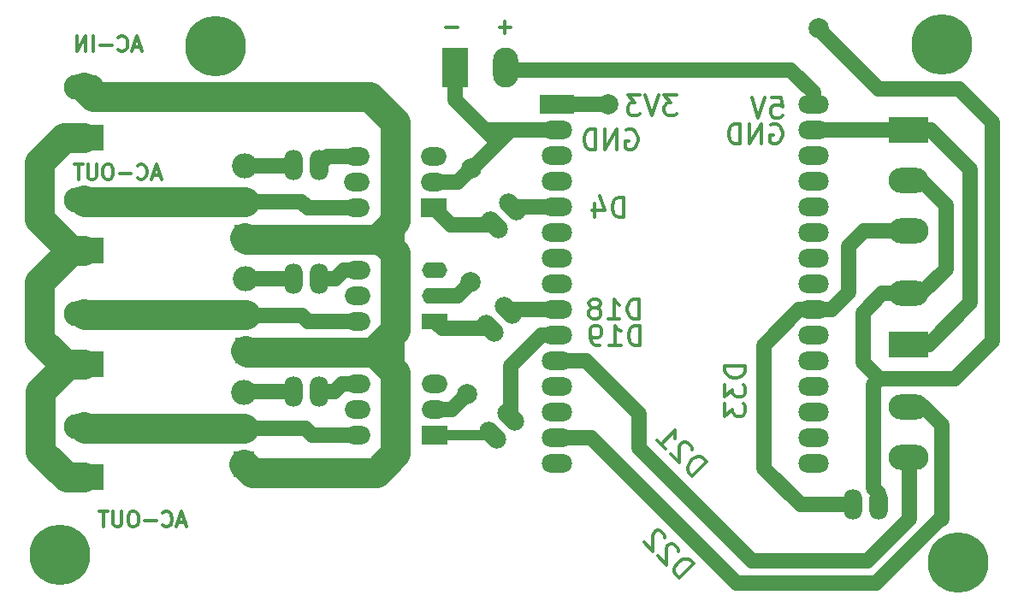
<source format=gbr>
%TF.GenerationSoftware,KiCad,Pcbnew,8.0.1*%
%TF.CreationDate,2024-04-25T16:48:03-05:00*%
%TF.ProjectId,C1,43312e6b-6963-4616-945f-706362585858,rev?*%
%TF.SameCoordinates,Original*%
%TF.FileFunction,Copper,L2,Bot*%
%TF.FilePolarity,Positive*%
%FSLAX46Y46*%
G04 Gerber Fmt 4.6, Leading zero omitted, Abs format (unit mm)*
G04 Created by KiCad (PCBNEW 8.0.1) date 2024-04-25 16:48:03*
%MOMM*%
%LPD*%
G01*
G04 APERTURE LIST*
G04 Aperture macros list*
%AMHorizOval*
0 Thick line with rounded ends*
0 $1 width*
0 $2 $3 position (X,Y) of the first rounded end (center of the circle)*
0 $4 $5 position (X,Y) of the second rounded end (center of the circle)*
0 Add line between two ends*
20,1,$1,$2,$3,$4,$5,0*
0 Add two circle primitives to create the rounded ends*
1,1,$1,$2,$3*
1,1,$1,$4,$5*%
G04 Aperture macros list end*
%ADD10C,0.300000*%
%TA.AperFunction,NonConductor*%
%ADD11C,0.300000*%
%TD*%
%TA.AperFunction,ComponentPad*%
%ADD12R,3.500000X1.850000*%
%TD*%
%TA.AperFunction,ComponentPad*%
%ADD13O,3.000000X1.850000*%
%TD*%
%TA.AperFunction,ComponentPad*%
%ADD14R,2.000000X2.500000*%
%TD*%
%TA.AperFunction,ComponentPad*%
%ADD15O,2.500000X2.500000*%
%TD*%
%TA.AperFunction,ComponentPad*%
%ADD16C,6.000000*%
%TD*%
%TA.AperFunction,ComponentPad*%
%ADD17O,1.850000X3.000000*%
%TD*%
%TA.AperFunction,ComponentPad*%
%ADD18R,3.960000X2.500000*%
%TD*%
%TA.AperFunction,ComponentPad*%
%ADD19O,3.960000X2.500000*%
%TD*%
%TA.AperFunction,ComponentPad*%
%ADD20R,2.500000X1.850000*%
%TD*%
%TA.AperFunction,ComponentPad*%
%ADD21O,2.500000X1.850000*%
%TD*%
%TA.AperFunction,ComponentPad*%
%ADD22HorizOval,1.850000X-0.406586X0.406586X0.406586X-0.406586X0*%
%TD*%
%TA.AperFunction,ComponentPad*%
%ADD23O,2.500000X3.960000*%
%TD*%
%TA.AperFunction,ComponentPad*%
%ADD24R,2.500000X3.960000*%
%TD*%
%TA.AperFunction,ComponentPad*%
%ADD25R,2.500000X1.600000*%
%TD*%
%TA.AperFunction,ComponentPad*%
%ADD26O,2.500000X1.600000*%
%TD*%
%TA.AperFunction,ViaPad*%
%ADD27C,2.000000*%
%TD*%
%TA.AperFunction,Conductor*%
%ADD28C,1.500000*%
%TD*%
%TA.AperFunction,Conductor*%
%ADD29C,1.000000*%
%TD*%
%TA.AperFunction,Conductor*%
%ADD30C,3.000000*%
%TD*%
G04 APERTURE END LIST*
D10*
D11*
X137966917Y-58049638D02*
X136728822Y-58049638D01*
X136728822Y-58049638D02*
X137395489Y-58811542D01*
X137395489Y-58811542D02*
X137109774Y-58811542D01*
X137109774Y-58811542D02*
X136919298Y-58906780D01*
X136919298Y-58906780D02*
X136824060Y-59002019D01*
X136824060Y-59002019D02*
X136728822Y-59192495D01*
X136728822Y-59192495D02*
X136728822Y-59668685D01*
X136728822Y-59668685D02*
X136824060Y-59859161D01*
X136824060Y-59859161D02*
X136919298Y-59954400D01*
X136919298Y-59954400D02*
X137109774Y-60049638D01*
X137109774Y-60049638D02*
X137681203Y-60049638D01*
X137681203Y-60049638D02*
X137871679Y-59954400D01*
X137871679Y-59954400D02*
X137966917Y-59859161D01*
X136157393Y-58049638D02*
X135490727Y-60049638D01*
X135490727Y-60049638D02*
X134824060Y-58049638D01*
X134347869Y-58049638D02*
X133109774Y-58049638D01*
X133109774Y-58049638D02*
X133776441Y-58811542D01*
X133776441Y-58811542D02*
X133490726Y-58811542D01*
X133490726Y-58811542D02*
X133300250Y-58906780D01*
X133300250Y-58906780D02*
X133205012Y-59002019D01*
X133205012Y-59002019D02*
X133109774Y-59192495D01*
X133109774Y-59192495D02*
X133109774Y-59668685D01*
X133109774Y-59668685D02*
X133205012Y-59859161D01*
X133205012Y-59859161D02*
X133300250Y-59954400D01*
X133300250Y-59954400D02*
X133490726Y-60049638D01*
X133490726Y-60049638D02*
X134062155Y-60049638D01*
X134062155Y-60049638D02*
X134252631Y-59954400D01*
X134252631Y-59954400D02*
X134347869Y-59859161D01*
D10*
D11*
X144739638Y-84873558D02*
X142739638Y-84873558D01*
X142739638Y-84873558D02*
X142739638Y-85349748D01*
X142739638Y-85349748D02*
X142834876Y-85635463D01*
X142834876Y-85635463D02*
X143025352Y-85825939D01*
X143025352Y-85825939D02*
X143215828Y-85921177D01*
X143215828Y-85921177D02*
X143596780Y-86016415D01*
X143596780Y-86016415D02*
X143882495Y-86016415D01*
X143882495Y-86016415D02*
X144263447Y-85921177D01*
X144263447Y-85921177D02*
X144453923Y-85825939D01*
X144453923Y-85825939D02*
X144644400Y-85635463D01*
X144644400Y-85635463D02*
X144739638Y-85349748D01*
X144739638Y-85349748D02*
X144739638Y-84873558D01*
X142739638Y-86683082D02*
X142739638Y-87921177D01*
X142739638Y-87921177D02*
X143501542Y-87254510D01*
X143501542Y-87254510D02*
X143501542Y-87540225D01*
X143501542Y-87540225D02*
X143596780Y-87730701D01*
X143596780Y-87730701D02*
X143692019Y-87825939D01*
X143692019Y-87825939D02*
X143882495Y-87921177D01*
X143882495Y-87921177D02*
X144358685Y-87921177D01*
X144358685Y-87921177D02*
X144549161Y-87825939D01*
X144549161Y-87825939D02*
X144644400Y-87730701D01*
X144644400Y-87730701D02*
X144739638Y-87540225D01*
X144739638Y-87540225D02*
X144739638Y-86968796D01*
X144739638Y-86968796D02*
X144644400Y-86778320D01*
X144644400Y-86778320D02*
X144549161Y-86683082D01*
X142739638Y-88587844D02*
X142739638Y-89825939D01*
X142739638Y-89825939D02*
X143501542Y-89159272D01*
X143501542Y-89159272D02*
X143501542Y-89444987D01*
X143501542Y-89444987D02*
X143596780Y-89635463D01*
X143596780Y-89635463D02*
X143692019Y-89730701D01*
X143692019Y-89730701D02*
X143882495Y-89825939D01*
X143882495Y-89825939D02*
X144358685Y-89825939D01*
X144358685Y-89825939D02*
X144549161Y-89730701D01*
X144549161Y-89730701D02*
X144644400Y-89635463D01*
X144644400Y-89635463D02*
X144739638Y-89444987D01*
X144739638Y-89444987D02*
X144739638Y-88873558D01*
X144739638Y-88873558D02*
X144644400Y-88683082D01*
X144644400Y-88683082D02*
X144549161Y-88587844D01*
D10*
D11*
X147278822Y-60974876D02*
X147469298Y-60879638D01*
X147469298Y-60879638D02*
X147755012Y-60879638D01*
X147755012Y-60879638D02*
X148040727Y-60974876D01*
X148040727Y-60974876D02*
X148231203Y-61165352D01*
X148231203Y-61165352D02*
X148326441Y-61355828D01*
X148326441Y-61355828D02*
X148421679Y-61736780D01*
X148421679Y-61736780D02*
X148421679Y-62022495D01*
X148421679Y-62022495D02*
X148326441Y-62403447D01*
X148326441Y-62403447D02*
X148231203Y-62593923D01*
X148231203Y-62593923D02*
X148040727Y-62784400D01*
X148040727Y-62784400D02*
X147755012Y-62879638D01*
X147755012Y-62879638D02*
X147564536Y-62879638D01*
X147564536Y-62879638D02*
X147278822Y-62784400D01*
X147278822Y-62784400D02*
X147183584Y-62689161D01*
X147183584Y-62689161D02*
X147183584Y-62022495D01*
X147183584Y-62022495D02*
X147564536Y-62022495D01*
X146326441Y-62879638D02*
X146326441Y-60879638D01*
X146326441Y-60879638D02*
X145183584Y-62879638D01*
X145183584Y-62879638D02*
X145183584Y-60879638D01*
X144231203Y-62879638D02*
X144231203Y-60879638D01*
X144231203Y-60879638D02*
X143755013Y-60879638D01*
X143755013Y-60879638D02*
X143469298Y-60974876D01*
X143469298Y-60974876D02*
X143278822Y-61165352D01*
X143278822Y-61165352D02*
X143183584Y-61355828D01*
X143183584Y-61355828D02*
X143088346Y-61736780D01*
X143088346Y-61736780D02*
X143088346Y-62022495D01*
X143088346Y-62022495D02*
X143183584Y-62403447D01*
X143183584Y-62403447D02*
X143278822Y-62593923D01*
X143278822Y-62593923D02*
X143469298Y-62784400D01*
X143469298Y-62784400D02*
X143755013Y-62879638D01*
X143755013Y-62879638D02*
X144231203Y-62879638D01*
D10*
D11*
X132968822Y-61524876D02*
X133159298Y-61429638D01*
X133159298Y-61429638D02*
X133445012Y-61429638D01*
X133445012Y-61429638D02*
X133730727Y-61524876D01*
X133730727Y-61524876D02*
X133921203Y-61715352D01*
X133921203Y-61715352D02*
X134016441Y-61905828D01*
X134016441Y-61905828D02*
X134111679Y-62286780D01*
X134111679Y-62286780D02*
X134111679Y-62572495D01*
X134111679Y-62572495D02*
X134016441Y-62953447D01*
X134016441Y-62953447D02*
X133921203Y-63143923D01*
X133921203Y-63143923D02*
X133730727Y-63334400D01*
X133730727Y-63334400D02*
X133445012Y-63429638D01*
X133445012Y-63429638D02*
X133254536Y-63429638D01*
X133254536Y-63429638D02*
X132968822Y-63334400D01*
X132968822Y-63334400D02*
X132873584Y-63239161D01*
X132873584Y-63239161D02*
X132873584Y-62572495D01*
X132873584Y-62572495D02*
X133254536Y-62572495D01*
X132016441Y-63429638D02*
X132016441Y-61429638D01*
X132016441Y-61429638D02*
X130873584Y-63429638D01*
X130873584Y-63429638D02*
X130873584Y-61429638D01*
X129921203Y-63429638D02*
X129921203Y-61429638D01*
X129921203Y-61429638D02*
X129445013Y-61429638D01*
X129445013Y-61429638D02*
X129159298Y-61524876D01*
X129159298Y-61524876D02*
X128968822Y-61715352D01*
X128968822Y-61715352D02*
X128873584Y-61905828D01*
X128873584Y-61905828D02*
X128778346Y-62286780D01*
X128778346Y-62286780D02*
X128778346Y-62572495D01*
X128778346Y-62572495D02*
X128873584Y-62953447D01*
X128873584Y-62953447D02*
X128968822Y-63143923D01*
X128968822Y-63143923D02*
X129159298Y-63334400D01*
X129159298Y-63334400D02*
X129445013Y-63429638D01*
X129445013Y-63429638D02*
X129921203Y-63429638D01*
D10*
D11*
X134226441Y-80239638D02*
X134226441Y-78239638D01*
X134226441Y-78239638D02*
X133750251Y-78239638D01*
X133750251Y-78239638D02*
X133464536Y-78334876D01*
X133464536Y-78334876D02*
X133274060Y-78525352D01*
X133274060Y-78525352D02*
X133178822Y-78715828D01*
X133178822Y-78715828D02*
X133083584Y-79096780D01*
X133083584Y-79096780D02*
X133083584Y-79382495D01*
X133083584Y-79382495D02*
X133178822Y-79763447D01*
X133178822Y-79763447D02*
X133274060Y-79953923D01*
X133274060Y-79953923D02*
X133464536Y-80144400D01*
X133464536Y-80144400D02*
X133750251Y-80239638D01*
X133750251Y-80239638D02*
X134226441Y-80239638D01*
X131178822Y-80239638D02*
X132321679Y-80239638D01*
X131750251Y-80239638D02*
X131750251Y-78239638D01*
X131750251Y-78239638D02*
X131940727Y-78525352D01*
X131940727Y-78525352D02*
X132131203Y-78715828D01*
X132131203Y-78715828D02*
X132321679Y-78811066D01*
X130035965Y-79096780D02*
X130226441Y-79001542D01*
X130226441Y-79001542D02*
X130321679Y-78906304D01*
X130321679Y-78906304D02*
X130416917Y-78715828D01*
X130416917Y-78715828D02*
X130416917Y-78620590D01*
X130416917Y-78620590D02*
X130321679Y-78430114D01*
X130321679Y-78430114D02*
X130226441Y-78334876D01*
X130226441Y-78334876D02*
X130035965Y-78239638D01*
X130035965Y-78239638D02*
X129655012Y-78239638D01*
X129655012Y-78239638D02*
X129464536Y-78334876D01*
X129464536Y-78334876D02*
X129369298Y-78430114D01*
X129369298Y-78430114D02*
X129274060Y-78620590D01*
X129274060Y-78620590D02*
X129274060Y-78715828D01*
X129274060Y-78715828D02*
X129369298Y-78906304D01*
X129369298Y-78906304D02*
X129464536Y-79001542D01*
X129464536Y-79001542D02*
X129655012Y-79096780D01*
X129655012Y-79096780D02*
X130035965Y-79096780D01*
X130035965Y-79096780D02*
X130226441Y-79192019D01*
X130226441Y-79192019D02*
X130321679Y-79287257D01*
X130321679Y-79287257D02*
X130416917Y-79477733D01*
X130416917Y-79477733D02*
X130416917Y-79858685D01*
X130416917Y-79858685D02*
X130321679Y-80049161D01*
X130321679Y-80049161D02*
X130226441Y-80144400D01*
X130226441Y-80144400D02*
X130035965Y-80239638D01*
X130035965Y-80239638D02*
X129655012Y-80239638D01*
X129655012Y-80239638D02*
X129464536Y-80144400D01*
X129464536Y-80144400D02*
X129369298Y-80049161D01*
X129369298Y-80049161D02*
X129274060Y-79858685D01*
X129274060Y-79858685D02*
X129274060Y-79477733D01*
X129274060Y-79477733D02*
X129369298Y-79287257D01*
X129369298Y-79287257D02*
X129464536Y-79192019D01*
X129464536Y-79192019D02*
X129655012Y-79096780D01*
D10*
D11*
X139507825Y-95739618D02*
X140922039Y-94325405D01*
X140922039Y-94325405D02*
X140585321Y-93988687D01*
X140585321Y-93988687D02*
X140315947Y-93854000D01*
X140315947Y-93854000D02*
X140046573Y-93854000D01*
X140046573Y-93854000D02*
X139844543Y-93921343D01*
X139844543Y-93921343D02*
X139507825Y-94123374D01*
X139507825Y-94123374D02*
X139305795Y-94325405D01*
X139305795Y-94325405D02*
X139103764Y-94662122D01*
X139103764Y-94662122D02*
X139036421Y-94864153D01*
X139036421Y-94864153D02*
X139036421Y-95133527D01*
X139036421Y-95133527D02*
X139171108Y-95402901D01*
X139171108Y-95402901D02*
X139507825Y-95739618D01*
X139440482Y-93113221D02*
X139440482Y-92978534D01*
X139440482Y-92978534D02*
X139373138Y-92776504D01*
X139373138Y-92776504D02*
X139036421Y-92439786D01*
X139036421Y-92439786D02*
X138834390Y-92372443D01*
X138834390Y-92372443D02*
X138699703Y-92372443D01*
X138699703Y-92372443D02*
X138497673Y-92439786D01*
X138497673Y-92439786D02*
X138362986Y-92574473D01*
X138362986Y-92574473D02*
X138228299Y-92843847D01*
X138228299Y-92843847D02*
X138228299Y-94460092D01*
X138228299Y-94460092D02*
X137352833Y-93584626D01*
X136005963Y-92237756D02*
X136814085Y-93045878D01*
X136410024Y-92641817D02*
X137824238Y-91227603D01*
X137824238Y-91227603D02*
X137756894Y-91564321D01*
X137756894Y-91564321D02*
X137756894Y-91833695D01*
X137756894Y-91833695D02*
X137824238Y-92035725D01*
D10*
D11*
X84916917Y-53272257D02*
X84202632Y-53272257D01*
X85059774Y-53700828D02*
X84559774Y-52200828D01*
X84559774Y-52200828D02*
X84059774Y-53700828D01*
X82702632Y-53557971D02*
X82774060Y-53629400D01*
X82774060Y-53629400D02*
X82988346Y-53700828D01*
X82988346Y-53700828D02*
X83131203Y-53700828D01*
X83131203Y-53700828D02*
X83345489Y-53629400D01*
X83345489Y-53629400D02*
X83488346Y-53486542D01*
X83488346Y-53486542D02*
X83559775Y-53343685D01*
X83559775Y-53343685D02*
X83631203Y-53057971D01*
X83631203Y-53057971D02*
X83631203Y-52843685D01*
X83631203Y-52843685D02*
X83559775Y-52557971D01*
X83559775Y-52557971D02*
X83488346Y-52415114D01*
X83488346Y-52415114D02*
X83345489Y-52272257D01*
X83345489Y-52272257D02*
X83131203Y-52200828D01*
X83131203Y-52200828D02*
X82988346Y-52200828D01*
X82988346Y-52200828D02*
X82774060Y-52272257D01*
X82774060Y-52272257D02*
X82702632Y-52343685D01*
X82059775Y-53129400D02*
X80916918Y-53129400D01*
X80202632Y-53700828D02*
X80202632Y-52200828D01*
X79488346Y-53700828D02*
X79488346Y-52200828D01*
X79488346Y-52200828D02*
X78631203Y-53700828D01*
X78631203Y-53700828D02*
X78631203Y-52200828D01*
D10*
D11*
X132726441Y-70139638D02*
X132726441Y-68139638D01*
X132726441Y-68139638D02*
X132250251Y-68139638D01*
X132250251Y-68139638D02*
X131964536Y-68234876D01*
X131964536Y-68234876D02*
X131774060Y-68425352D01*
X131774060Y-68425352D02*
X131678822Y-68615828D01*
X131678822Y-68615828D02*
X131583584Y-68996780D01*
X131583584Y-68996780D02*
X131583584Y-69282495D01*
X131583584Y-69282495D02*
X131678822Y-69663447D01*
X131678822Y-69663447D02*
X131774060Y-69853923D01*
X131774060Y-69853923D02*
X131964536Y-70044400D01*
X131964536Y-70044400D02*
X132250251Y-70139638D01*
X132250251Y-70139638D02*
X132726441Y-70139638D01*
X129869298Y-68806304D02*
X129869298Y-70139638D01*
X130345489Y-68044400D02*
X130821679Y-69472971D01*
X130821679Y-69472971D02*
X129583584Y-69472971D01*
D10*
D11*
X86816917Y-65957341D02*
X86102632Y-65957341D01*
X86959774Y-66385912D02*
X86459774Y-64885912D01*
X86459774Y-64885912D02*
X85959774Y-66385912D01*
X84602632Y-66243055D02*
X84674060Y-66314484D01*
X84674060Y-66314484D02*
X84888346Y-66385912D01*
X84888346Y-66385912D02*
X85031203Y-66385912D01*
X85031203Y-66385912D02*
X85245489Y-66314484D01*
X85245489Y-66314484D02*
X85388346Y-66171626D01*
X85388346Y-66171626D02*
X85459775Y-66028769D01*
X85459775Y-66028769D02*
X85531203Y-65743055D01*
X85531203Y-65743055D02*
X85531203Y-65528769D01*
X85531203Y-65528769D02*
X85459775Y-65243055D01*
X85459775Y-65243055D02*
X85388346Y-65100198D01*
X85388346Y-65100198D02*
X85245489Y-64957341D01*
X85245489Y-64957341D02*
X85031203Y-64885912D01*
X85031203Y-64885912D02*
X84888346Y-64885912D01*
X84888346Y-64885912D02*
X84674060Y-64957341D01*
X84674060Y-64957341D02*
X84602632Y-65028769D01*
X83959775Y-65814484D02*
X82816918Y-65814484D01*
X81816917Y-64885912D02*
X81531203Y-64885912D01*
X81531203Y-64885912D02*
X81388346Y-64957341D01*
X81388346Y-64957341D02*
X81245489Y-65100198D01*
X81245489Y-65100198D02*
X81174060Y-65385912D01*
X81174060Y-65385912D02*
X81174060Y-65885912D01*
X81174060Y-65885912D02*
X81245489Y-66171626D01*
X81245489Y-66171626D02*
X81388346Y-66314484D01*
X81388346Y-66314484D02*
X81531203Y-66385912D01*
X81531203Y-66385912D02*
X81816917Y-66385912D01*
X81816917Y-66385912D02*
X81959775Y-66314484D01*
X81959775Y-66314484D02*
X82102632Y-66171626D01*
X82102632Y-66171626D02*
X82174060Y-65885912D01*
X82174060Y-65885912D02*
X82174060Y-65385912D01*
X82174060Y-65385912D02*
X82102632Y-65100198D01*
X82102632Y-65100198D02*
X81959775Y-64957341D01*
X81959775Y-64957341D02*
X81816917Y-64885912D01*
X80531203Y-64885912D02*
X80531203Y-66100198D01*
X80531203Y-66100198D02*
X80459774Y-66243055D01*
X80459774Y-66243055D02*
X80388346Y-66314484D01*
X80388346Y-66314484D02*
X80245488Y-66385912D01*
X80245488Y-66385912D02*
X79959774Y-66385912D01*
X79959774Y-66385912D02*
X79816917Y-66314484D01*
X79816917Y-66314484D02*
X79745488Y-66243055D01*
X79745488Y-66243055D02*
X79674060Y-66100198D01*
X79674060Y-66100198D02*
X79674060Y-64885912D01*
X79174059Y-64885912D02*
X78316917Y-64885912D01*
X78745488Y-66385912D02*
X78745488Y-64885912D01*
D10*
D11*
X89316917Y-100357341D02*
X88602632Y-100357341D01*
X89459774Y-100785912D02*
X88959774Y-99285912D01*
X88959774Y-99285912D02*
X88459774Y-100785912D01*
X87102632Y-100643055D02*
X87174060Y-100714484D01*
X87174060Y-100714484D02*
X87388346Y-100785912D01*
X87388346Y-100785912D02*
X87531203Y-100785912D01*
X87531203Y-100785912D02*
X87745489Y-100714484D01*
X87745489Y-100714484D02*
X87888346Y-100571626D01*
X87888346Y-100571626D02*
X87959775Y-100428769D01*
X87959775Y-100428769D02*
X88031203Y-100143055D01*
X88031203Y-100143055D02*
X88031203Y-99928769D01*
X88031203Y-99928769D02*
X87959775Y-99643055D01*
X87959775Y-99643055D02*
X87888346Y-99500198D01*
X87888346Y-99500198D02*
X87745489Y-99357341D01*
X87745489Y-99357341D02*
X87531203Y-99285912D01*
X87531203Y-99285912D02*
X87388346Y-99285912D01*
X87388346Y-99285912D02*
X87174060Y-99357341D01*
X87174060Y-99357341D02*
X87102632Y-99428769D01*
X86459775Y-100214484D02*
X85316918Y-100214484D01*
X84316917Y-99285912D02*
X84031203Y-99285912D01*
X84031203Y-99285912D02*
X83888346Y-99357341D01*
X83888346Y-99357341D02*
X83745489Y-99500198D01*
X83745489Y-99500198D02*
X83674060Y-99785912D01*
X83674060Y-99785912D02*
X83674060Y-100285912D01*
X83674060Y-100285912D02*
X83745489Y-100571626D01*
X83745489Y-100571626D02*
X83888346Y-100714484D01*
X83888346Y-100714484D02*
X84031203Y-100785912D01*
X84031203Y-100785912D02*
X84316917Y-100785912D01*
X84316917Y-100785912D02*
X84459775Y-100714484D01*
X84459775Y-100714484D02*
X84602632Y-100571626D01*
X84602632Y-100571626D02*
X84674060Y-100285912D01*
X84674060Y-100285912D02*
X84674060Y-99785912D01*
X84674060Y-99785912D02*
X84602632Y-99500198D01*
X84602632Y-99500198D02*
X84459775Y-99357341D01*
X84459775Y-99357341D02*
X84316917Y-99285912D01*
X83031203Y-99285912D02*
X83031203Y-100500198D01*
X83031203Y-100500198D02*
X82959774Y-100643055D01*
X82959774Y-100643055D02*
X82888346Y-100714484D01*
X82888346Y-100714484D02*
X82745488Y-100785912D01*
X82745488Y-100785912D02*
X82459774Y-100785912D01*
X82459774Y-100785912D02*
X82316917Y-100714484D01*
X82316917Y-100714484D02*
X82245488Y-100643055D01*
X82245488Y-100643055D02*
X82174060Y-100500198D01*
X82174060Y-100500198D02*
X82174060Y-99285912D01*
X81674059Y-99285912D02*
X80816917Y-99285912D01*
X81245488Y-100785912D02*
X81245488Y-99285912D01*
D10*
D11*
X134326441Y-82839638D02*
X134326441Y-80839638D01*
X134326441Y-80839638D02*
X133850251Y-80839638D01*
X133850251Y-80839638D02*
X133564536Y-80934876D01*
X133564536Y-80934876D02*
X133374060Y-81125352D01*
X133374060Y-81125352D02*
X133278822Y-81315828D01*
X133278822Y-81315828D02*
X133183584Y-81696780D01*
X133183584Y-81696780D02*
X133183584Y-81982495D01*
X133183584Y-81982495D02*
X133278822Y-82363447D01*
X133278822Y-82363447D02*
X133374060Y-82553923D01*
X133374060Y-82553923D02*
X133564536Y-82744400D01*
X133564536Y-82744400D02*
X133850251Y-82839638D01*
X133850251Y-82839638D02*
X134326441Y-82839638D01*
X131278822Y-82839638D02*
X132421679Y-82839638D01*
X131850251Y-82839638D02*
X131850251Y-80839638D01*
X131850251Y-80839638D02*
X132040727Y-81125352D01*
X132040727Y-81125352D02*
X132231203Y-81315828D01*
X132231203Y-81315828D02*
X132421679Y-81411066D01*
X130326441Y-82839638D02*
X129945489Y-82839638D01*
X129945489Y-82839638D02*
X129755012Y-82744400D01*
X129755012Y-82744400D02*
X129659774Y-82649161D01*
X129659774Y-82649161D02*
X129469298Y-82363447D01*
X129469298Y-82363447D02*
X129374060Y-81982495D01*
X129374060Y-81982495D02*
X129374060Y-81220590D01*
X129374060Y-81220590D02*
X129469298Y-81030114D01*
X129469298Y-81030114D02*
X129564536Y-80934876D01*
X129564536Y-80934876D02*
X129755012Y-80839638D01*
X129755012Y-80839638D02*
X130135965Y-80839638D01*
X130135965Y-80839638D02*
X130326441Y-80934876D01*
X130326441Y-80934876D02*
X130421679Y-81030114D01*
X130421679Y-81030114D02*
X130516917Y-81220590D01*
X130516917Y-81220590D02*
X130516917Y-81696780D01*
X130516917Y-81696780D02*
X130421679Y-81887257D01*
X130421679Y-81887257D02*
X130326441Y-81982495D01*
X130326441Y-81982495D02*
X130135965Y-82077733D01*
X130135965Y-82077733D02*
X129755012Y-82077733D01*
X129755012Y-82077733D02*
X129564536Y-81982495D01*
X129564536Y-81982495D02*
X129469298Y-81887257D01*
X129469298Y-81887257D02*
X129374060Y-81696780D01*
D10*
D11*
X147374060Y-58279638D02*
X148326441Y-58279638D01*
X148326441Y-58279638D02*
X148421679Y-59232019D01*
X148421679Y-59232019D02*
X148326441Y-59136780D01*
X148326441Y-59136780D02*
X148135965Y-59041542D01*
X148135965Y-59041542D02*
X147659774Y-59041542D01*
X147659774Y-59041542D02*
X147469298Y-59136780D01*
X147469298Y-59136780D02*
X147374060Y-59232019D01*
X147374060Y-59232019D02*
X147278822Y-59422495D01*
X147278822Y-59422495D02*
X147278822Y-59898685D01*
X147278822Y-59898685D02*
X147374060Y-60089161D01*
X147374060Y-60089161D02*
X147469298Y-60184400D01*
X147469298Y-60184400D02*
X147659774Y-60279638D01*
X147659774Y-60279638D02*
X148135965Y-60279638D01*
X148135965Y-60279638D02*
X148326441Y-60184400D01*
X148326441Y-60184400D02*
X148421679Y-60089161D01*
X146707393Y-58279638D02*
X146040727Y-60279638D01*
X146040727Y-60279638D02*
X145374060Y-58279638D01*
D10*
D11*
X115104510Y-51309400D02*
X116247368Y-51309400D01*
X120390224Y-51309400D02*
X121533082Y-51309400D01*
X120961653Y-51880828D02*
X120961653Y-50737971D01*
D10*
D11*
X138207825Y-105839618D02*
X139622039Y-104425405D01*
X139622039Y-104425405D02*
X139285321Y-104088687D01*
X139285321Y-104088687D02*
X139015947Y-103954000D01*
X139015947Y-103954000D02*
X138746573Y-103954000D01*
X138746573Y-103954000D02*
X138544543Y-104021343D01*
X138544543Y-104021343D02*
X138207825Y-104223374D01*
X138207825Y-104223374D02*
X138005795Y-104425405D01*
X138005795Y-104425405D02*
X137803764Y-104762122D01*
X137803764Y-104762122D02*
X137736421Y-104964153D01*
X137736421Y-104964153D02*
X137736421Y-105233527D01*
X137736421Y-105233527D02*
X137871108Y-105502901D01*
X137871108Y-105502901D02*
X138207825Y-105839618D01*
X138140482Y-103213221D02*
X138140482Y-103078534D01*
X138140482Y-103078534D02*
X138073138Y-102876504D01*
X138073138Y-102876504D02*
X137736421Y-102539786D01*
X137736421Y-102539786D02*
X137534390Y-102472443D01*
X137534390Y-102472443D02*
X137399703Y-102472443D01*
X137399703Y-102472443D02*
X137197673Y-102539786D01*
X137197673Y-102539786D02*
X137062986Y-102674473D01*
X137062986Y-102674473D02*
X136928299Y-102943847D01*
X136928299Y-102943847D02*
X136928299Y-104560092D01*
X136928299Y-104560092D02*
X136052833Y-103684626D01*
X136793612Y-101866351D02*
X136793612Y-101731664D01*
X136793612Y-101731664D02*
X136726268Y-101529634D01*
X136726268Y-101529634D02*
X136389551Y-101192916D01*
X136389551Y-101192916D02*
X136187520Y-101125573D01*
X136187520Y-101125573D02*
X136052833Y-101125573D01*
X136052833Y-101125573D02*
X135850803Y-101192916D01*
X135850803Y-101192916D02*
X135716116Y-101327603D01*
X135716116Y-101327603D02*
X135581429Y-101596977D01*
X135581429Y-101596977D02*
X135581429Y-103213221D01*
X135581429Y-103213221D02*
X134705963Y-102337756D01*
D12*
%TO.P,U2,1,3V3*%
%TO.N,3V3*%
X126100000Y-58985000D03*
D13*
%TO.P,U2,2,GND*%
%TO.N,GND*%
X126100000Y-61525000D03*
%TO.P,U2,3,D15*%
%TO.N,unconnected-(U2-D15-Pad3)*%
X126100000Y-64065000D03*
%TO.P,U2,4,D2*%
%TO.N,unconnected-(U2-D2-Pad4)*%
X126100000Y-66605000D03*
%TO.P,U2,5,D4*%
%TO.N,D4*%
X126100000Y-69145000D03*
%TO.P,U2,6,RX2*%
%TO.N,unconnected-(U2-RX2-Pad6)*%
X126100000Y-71685000D03*
%TO.P,U2,7,TX2*%
%TO.N,unconnected-(U2-TX2-Pad7)*%
X126100000Y-74225000D03*
%TO.P,U2,8,D5*%
%TO.N,unconnected-(U2-D5-Pad8)*%
X126100000Y-76765000D03*
%TO.P,U2,9,D18*%
%TO.N,D18*%
X126100000Y-79305000D03*
%TO.P,U2,10,D19*%
%TO.N,D19*%
X126100000Y-81845000D03*
%TO.P,U2,11,D21*%
%TO.N,D21*%
X126100000Y-84385000D03*
%TO.P,U2,12,RX0*%
%TO.N,unconnected-(U2-RX0-Pad12)*%
X126100000Y-86925000D03*
%TO.P,U2,13,TX0*%
%TO.N,unconnected-(U2-TX0-Pad13)*%
X126100000Y-89465000D03*
%TO.P,U2,14,D22*%
%TO.N,D22*%
X126100000Y-92005000D03*
%TO.P,U2,15,D23*%
%TO.N,unconnected-(U2-D23-Pad15)*%
X126100000Y-94545000D03*
%TO.P,U2,16,EN*%
%TO.N,unconnected-(U2-EN-Pad16)*%
X151500000Y-94545000D03*
%TO.P,U2,17,VP*%
%TO.N,unconnected-(U2-VP-Pad17)*%
X151500000Y-92005000D03*
%TO.P,U2,18,VN*%
%TO.N,unconnected-(U2-VN-Pad18)*%
X151500000Y-89465000D03*
%TO.P,U2,19,D34*%
%TO.N,unconnected-(U2-D34-Pad19)*%
X151500000Y-86925000D03*
%TO.P,U2,20,D35*%
%TO.N,unconnected-(U2-D35-Pad20)*%
X151500000Y-84385000D03*
%TO.P,U2,21,D32*%
%TO.N,unconnected-(U2-D32-Pad21)*%
X151500000Y-81845000D03*
%TO.P,U2,22,D33*%
%TO.N,D33*%
X151500000Y-79305000D03*
%TO.P,U2,23,D25*%
%TO.N,D25*%
X151500000Y-76765000D03*
%TO.P,U2,24,D26*%
%TO.N,unconnected-(U2-D26-Pad24)*%
X151500000Y-74225000D03*
%TO.P,U2,25,D27*%
%TO.N,D27*%
X151500000Y-71685000D03*
%TO.P,U2,26,D14*%
%TO.N,unconnected-(U2-D14-Pad26)*%
X151500000Y-69145000D03*
%TO.P,U2,27,D12*%
%TO.N,unconnected-(U2-D12-Pad27)*%
X151500000Y-66605000D03*
%TO.P,U2,28,D13*%
%TO.N,unconnected-(U2-D13-Pad28)*%
X151500000Y-64065000D03*
%TO.P,U2,29,GND*%
%TO.N,GND*%
X151500000Y-61525000D03*
%TO.P,U2,30,VIN*%
%TO.N,5V*%
X151500000Y-58985000D03*
%TD*%
D14*
%TO.P,Q1,1,A1*%
%TO.N,AC1*%
X95200000Y-72116000D03*
D15*
%TO.P,Q1,2,A2*%
%TO.N,Net-(J2-Pin_2)*%
X95200000Y-68560000D03*
%TO.P,Q1,3,G*%
%TO.N,Net-(Q1-G)*%
X95200000Y-65004000D03*
%TD*%
D16*
%TO.P,H3,1*%
%TO.N,N/C*%
X164200000Y-53000000D03*
%TD*%
D17*
%TO.P,R2,1*%
%TO.N,Net-(R2-Pad1)*%
X102540000Y-76200000D03*
%TO.P,R2,2*%
%TO.N,Net-(Q2-G)*%
X100000000Y-76200000D03*
%TD*%
D18*
%TO.P,J1,1,Pin_1*%
%TO.N,AC2*%
X79300000Y-62265000D03*
D19*
%TO.P,J1,2,Pin_2*%
%TO.N,AC1*%
X79300000Y-57265000D03*
%TD*%
D18*
%TO.P,J2,1,Pin_1*%
%TO.N,AC2*%
X79300000Y-73465000D03*
D19*
%TO.P,J2,2,Pin_2*%
%TO.N,Net-(J2-Pin_2)*%
X79300000Y-68465000D03*
%TD*%
D14*
%TO.P,Q2,1,A1*%
%TO.N,AC1*%
X95245000Y-83356000D03*
D15*
%TO.P,Q2,2,A2*%
%TO.N,Net-(J3-Pin_2)*%
X95245000Y-79800000D03*
%TO.P,Q2,3,G*%
%TO.N,Net-(Q2-G)*%
X95245000Y-76244000D03*
%TD*%
D18*
%TO.P,J4,1,Pin_1*%
%TO.N,AC2*%
X79300000Y-95900000D03*
D19*
%TO.P,J4,2,Pin_2*%
%TO.N,Net-(J4-Pin_2)*%
X79300000Y-90900000D03*
%TD*%
%TO.P,J12,1,Pin_1*%
%TO.N,D33*%
X160900000Y-71500000D03*
%TO.P,J12,2,Pin_2*%
%TO.N,3V3*%
X160900000Y-66500000D03*
D18*
%TO.P,J12,3,Pin_3*%
%TO.N,GND*%
X160900000Y-61500000D03*
%TD*%
D20*
%TO.P,U1,1*%
%TO.N,Net-(R6-Pad2)*%
X113900000Y-69225000D03*
D21*
%TO.P,U1,2*%
%TO.N,GND*%
X113900000Y-66685000D03*
%TO.P,U1,3,NC*%
%TO.N,unconnected-(U1-NC-Pad3)*%
X113900000Y-64145000D03*
%TO.P,U1,4*%
%TO.N,Net-(R1-Pad1)*%
X106280000Y-64145000D03*
%TO.P,U1,5,NC*%
%TO.N,unconnected-(U1-NC-Pad5)*%
X106280000Y-66685000D03*
%TO.P,U1,6*%
%TO.N,Net-(J2-Pin_2)*%
X106280000Y-69225000D03*
%TD*%
D18*
%TO.P,J3,1,Pin_1*%
%TO.N,AC2*%
X79300000Y-84700000D03*
D19*
%TO.P,J3,2,Pin_2*%
%TO.N,Net-(J3-Pin_2)*%
X79300000Y-79700000D03*
%TD*%
D22*
%TO.P,R4,1*%
%TO.N,D19*%
X121548927Y-89961073D03*
%TO.P,R4,2*%
%TO.N,Net-(R4-Pad2)*%
X119752876Y-91757124D03*
%TD*%
D16*
%TO.P,H2,1*%
%TO.N,N/C*%
X76900000Y-103600000D03*
%TD*%
D23*
%TO.P,J5,1,Pin_1*%
%TO.N,5V*%
X121000000Y-55300000D03*
D24*
%TO.P,J5,2,Pin_2*%
%TO.N,GND*%
X116000000Y-55300000D03*
%TD*%
D16*
%TO.P,H1,1*%
%TO.N,N/C*%
X165800000Y-104300000D03*
%TD*%
D20*
%TO.P,U4,1*%
%TO.N,Net-(R4-Pad2)*%
X114000000Y-91725000D03*
D21*
%TO.P,U4,2*%
%TO.N,GND*%
X114000000Y-89185000D03*
%TO.P,U4,3,NC*%
%TO.N,unconnected-(U4-NC-Pad3)*%
X114000000Y-86645000D03*
%TO.P,U4,4*%
%TO.N,Net-(R3-Pad1)*%
X106380000Y-86645000D03*
%TO.P,U4,5,NC*%
%TO.N,unconnected-(U4-NC-Pad5)*%
X106380000Y-89185000D03*
%TO.P,U4,6*%
%TO.N,Net-(J4-Pin_2)*%
X106380000Y-91725000D03*
%TD*%
D16*
%TO.P,H4,1*%
%TO.N,N/C*%
X92300000Y-53200000D03*
%TD*%
D18*
%TO.P,J7,1,Pin_1*%
%TO.N,GND*%
X160900000Y-82700000D03*
D19*
%TO.P,J7,2,Pin_2*%
%TO.N,3V3*%
X160900000Y-77700000D03*
%TD*%
%TO.P,J6,1,Pin_1*%
%TO.N,D21*%
X160900000Y-93900000D03*
%TO.P,J6,2,Pin_2*%
%TO.N,D22*%
X160900000Y-88900000D03*
%TD*%
D22*
%TO.P,R5,1*%
%TO.N,D18*%
X121268927Y-79361073D03*
%TO.P,R5,2*%
%TO.N,Net-(R5-Pad2)*%
X119472876Y-81157124D03*
%TD*%
%TO.P,R6,1*%
%TO.N,D4*%
X121678927Y-69121073D03*
%TO.P,R6,2*%
%TO.N,Net-(R6-Pad2)*%
X119882876Y-70917124D03*
%TD*%
D17*
%TO.P,R6,1*%
%TO.N,D33*%
X155400000Y-98600000D03*
%TO.P,R6,2*%
%TO.N,3V3*%
X157940000Y-98600000D03*
%TD*%
%TO.P,R1,1*%
%TO.N,Net-(R1-Pad1)*%
X102545000Y-65000000D03*
%TO.P,R1,2*%
%TO.N,Net-(Q1-G)*%
X100005000Y-65000000D03*
%TD*%
D14*
%TO.P,Q3,1,A1*%
%TO.N,AC1*%
X95145000Y-94556000D03*
D15*
%TO.P,Q3,2,A2*%
%TO.N,Net-(J4-Pin_2)*%
X95145000Y-91000000D03*
%TO.P,Q3,3,G*%
%TO.N,Net-(Q3-G)*%
X95145000Y-87444000D03*
%TD*%
D25*
%TO.P,U3,1*%
%TO.N,Net-(R5-Pad2)*%
X114000000Y-80425000D03*
D26*
%TO.P,U3,2*%
%TO.N,GND*%
X114000000Y-77885000D03*
%TO.P,U3,3,NC*%
%TO.N,unconnected-(U3-NC-Pad3)*%
X114000000Y-75345000D03*
D21*
%TO.P,U3,4*%
%TO.N,Net-(R2-Pad1)*%
X106380000Y-75345000D03*
%TO.P,U3,5,NC*%
%TO.N,unconnected-(U3-NC-Pad5)*%
X106380000Y-77885000D03*
%TO.P,U3,6*%
%TO.N,Net-(J3-Pin_2)*%
X106380000Y-80425000D03*
%TD*%
D17*
%TO.P,R3,1*%
%TO.N,Net-(R3-Pad1)*%
X102540000Y-87400000D03*
%TO.P,R3,2*%
%TO.N,Net-(Q3-G)*%
X100000000Y-87400000D03*
%TD*%
D27*
%TO.N,GND*%
X117570000Y-76530000D03*
X117230000Y-87660000D03*
X117670000Y-65320000D03*
%TO.N,3V3*%
X152010000Y-51450000D03*
X131175000Y-58985000D03*
%TD*%
D28*
%TO.N,Net-(Q1-G)*%
X100001000Y-65004000D02*
X100005000Y-65000000D01*
X95200000Y-65004000D02*
X100001000Y-65004000D01*
%TO.N,Net-(R1-Pad1)*%
X103445000Y-64100000D02*
X106235000Y-64100000D01*
X102545000Y-65000000D02*
X103445000Y-64100000D01*
X106235000Y-64100000D02*
X106280000Y-64145000D01*
D29*
%TO.N,D18*%
X121325000Y-79305000D02*
X121268927Y-79361073D01*
D28*
X126100000Y-79305000D02*
X121325000Y-79305000D01*
%TO.N,5V*%
X121365000Y-55300000D02*
X121000000Y-55300000D01*
X149230000Y-55530000D02*
X151500000Y-57800000D01*
X121000000Y-55300000D02*
X121230000Y-55530000D01*
X121230000Y-55530000D02*
X149230000Y-55530000D01*
X151500000Y-57800000D02*
X151500000Y-58985000D01*
%TO.N,GND*%
X116000000Y-55665000D02*
X116000000Y-58500000D01*
X167000000Y-65400000D02*
X167000000Y-78600000D01*
X116000000Y-58500000D02*
X119025000Y-61525000D01*
X117680000Y-65320000D02*
X117670000Y-65320000D01*
X116315000Y-77885000D02*
X117570000Y-76630000D01*
X114000000Y-89185000D02*
X113951314Y-89136314D01*
X114000000Y-89185000D02*
X115695000Y-89185000D01*
X159900000Y-61500000D02*
X163100000Y-61500000D01*
X117670000Y-65320000D02*
X117670000Y-65330000D01*
X121200000Y-61800000D02*
X120000000Y-63000000D01*
X163100000Y-61500000D02*
X167000000Y-65400000D01*
X120000000Y-62500000D02*
X119025000Y-61525000D01*
X116315000Y-66685000D02*
X113900000Y-66685000D01*
X117670000Y-65330000D02*
X116315000Y-66685000D01*
X121200000Y-61525000D02*
X121200000Y-61800000D01*
X159875000Y-61525000D02*
X159900000Y-61500000D01*
X120000000Y-63000000D02*
X120000000Y-62500000D01*
X117230000Y-87660000D02*
X117230000Y-87650000D01*
X119025000Y-61525000D02*
X126100000Y-61525000D01*
X167000000Y-78600000D02*
X162900000Y-82700000D01*
X114000000Y-77885000D02*
X116315000Y-77885000D01*
X115695000Y-89185000D02*
X117220000Y-87660000D01*
X162900000Y-82700000D02*
X159900000Y-82700000D01*
D29*
X117570000Y-76530000D02*
X117670000Y-76530000D01*
D28*
X120000000Y-63000000D02*
X117680000Y-65320000D01*
X151500000Y-61525000D02*
X159875000Y-61525000D01*
X117230000Y-87650000D02*
X117160000Y-87720000D01*
D29*
X117570000Y-76630000D02*
X117570000Y-76530000D01*
X117670000Y-76530000D02*
X117720000Y-76480000D01*
D28*
X117220000Y-87660000D02*
X117230000Y-87660000D01*
X116365000Y-55300000D02*
X116000000Y-55665000D01*
D30*
%TO.N,AC1*%
X80235000Y-58200000D02*
X79300000Y-57265000D01*
X109500000Y-81900000D02*
X110100000Y-81300000D01*
X110100000Y-60700000D02*
X107600000Y-58200000D01*
X110100000Y-81300000D02*
X110100000Y-73700000D01*
X95145000Y-94556000D02*
X95989000Y-95400000D01*
X109500000Y-71100000D02*
X110100000Y-70500000D01*
X108290000Y-72310000D02*
X109500000Y-71100000D01*
X107600000Y-58200000D02*
X80235000Y-58200000D01*
X95989000Y-95400000D02*
X108200000Y-95400000D01*
X110100000Y-93500000D02*
X110100000Y-85500000D01*
X108516000Y-72116000D02*
X109500000Y-73100000D01*
X95200000Y-72116000D02*
X95394000Y-72310000D01*
X107956000Y-83356000D02*
X109500000Y-84900000D01*
X110100000Y-70500000D02*
X110100000Y-60700000D01*
X108200000Y-95400000D02*
X110100000Y-93500000D01*
X107870000Y-83530000D02*
X109500000Y-81900000D01*
X95394000Y-72310000D02*
X108290000Y-72310000D01*
X110100000Y-73700000D02*
X109500000Y-73100000D01*
X110100000Y-85500000D02*
X109500000Y-84900000D01*
X109500000Y-73100000D02*
X109500000Y-71100000D01*
X95419000Y-83530000D02*
X107870000Y-83530000D01*
X109500000Y-84900000D02*
X109500000Y-81900000D01*
X95245000Y-83356000D02*
X95419000Y-83530000D01*
%TO.N,AC2*%
X74900000Y-70330000D02*
X78035000Y-73465000D01*
X75000000Y-93300000D02*
X77600000Y-95900000D01*
X77700000Y-84700000D02*
X75000000Y-87400000D01*
X77600000Y-95900000D02*
X79300000Y-95900000D01*
X74900000Y-64700000D02*
X74900000Y-70330000D01*
X79300000Y-73465000D02*
X78035000Y-73465000D01*
X77335000Y-62265000D02*
X74900000Y-64700000D01*
X79300000Y-62265000D02*
X77335000Y-62265000D01*
X77400000Y-84700000D02*
X79300000Y-84700000D01*
X75000000Y-87400000D02*
X75000000Y-93300000D01*
X74900000Y-82200000D02*
X77400000Y-84700000D01*
X78035000Y-73465000D02*
X74900000Y-76600000D01*
X79300000Y-84700000D02*
X77700000Y-84700000D01*
X74900000Y-76600000D02*
X74900000Y-82200000D01*
%TO.N,Net-(J2-Pin_2)*%
X79395000Y-68560000D02*
X79300000Y-68465000D01*
X95200000Y-68560000D02*
X79395000Y-68560000D01*
D28*
X101425000Y-69225000D02*
X100800000Y-68600000D01*
X95240000Y-68600000D02*
X95200000Y-68560000D01*
X100800000Y-68600000D02*
X95240000Y-68600000D01*
X106280000Y-69225000D02*
X101425000Y-69225000D01*
%TO.N,Net-(J3-Pin_2)*%
X106380000Y-80425000D02*
X101425000Y-80425000D01*
D30*
X95245000Y-79800000D02*
X79400000Y-79800000D01*
X79400000Y-79800000D02*
X79300000Y-79700000D01*
D28*
X101425000Y-80425000D02*
X100900000Y-79900000D01*
X100900000Y-79900000D02*
X95345000Y-79900000D01*
X95345000Y-79900000D02*
X95245000Y-79800000D01*
%TO.N,Net-(Q2-G)*%
X99956000Y-76244000D02*
X100000000Y-76200000D01*
X95245000Y-76244000D02*
X99956000Y-76244000D01*
%TO.N,Net-(R2-Pad1)*%
X105055000Y-75345000D02*
X106380000Y-75345000D01*
X104200000Y-76200000D02*
X105055000Y-75345000D01*
X102540000Y-76200000D02*
X104200000Y-76200000D01*
%TO.N,D19*%
X121548927Y-89961073D02*
X121548927Y-84891073D01*
X121548927Y-84891073D02*
X124595000Y-81845000D01*
X124595000Y-81845000D02*
X126100000Y-81845000D01*
%TO.N,Net-(J4-Pin_2)*%
X101200000Y-91000000D02*
X95145000Y-91000000D01*
X101925000Y-91725000D02*
X101200000Y-91000000D01*
D30*
X79400000Y-91000000D02*
X79300000Y-90900000D01*
D28*
X106380000Y-91725000D02*
X101925000Y-91725000D01*
D30*
X95145000Y-91000000D02*
X79400000Y-91000000D01*
D28*
%TO.N,Net-(Q3-G)*%
X100000000Y-87400000D02*
X95189000Y-87400000D01*
X95189000Y-87400000D02*
X95145000Y-87444000D01*
%TO.N,Net-(R3-Pad1)*%
X102540000Y-87400000D02*
X104100000Y-87400000D01*
X104855000Y-86645000D02*
X106380000Y-86645000D01*
X104100000Y-87400000D02*
X104855000Y-86645000D01*
%TO.N,D21*%
X156800000Y-104200000D02*
X161000000Y-100000000D01*
X128985000Y-84385000D02*
X134200000Y-89600000D01*
X126100000Y-84385000D02*
X128985000Y-84385000D01*
X145400000Y-104200000D02*
X156800000Y-104200000D01*
X161000000Y-100000000D02*
X161000000Y-94000000D01*
X161000000Y-94000000D02*
X160900000Y-93900000D01*
X134200000Y-89600000D02*
X134200000Y-93000000D01*
X134200000Y-93000000D02*
X145400000Y-104200000D01*
%TO.N,3V3*%
X157400000Y-96949086D02*
X157400000Y-86700000D01*
X157900000Y-57400000D02*
X165900000Y-57400000D01*
X169200000Y-82400000D02*
X165500000Y-86100000D01*
X156400000Y-79600000D02*
X158300000Y-77700000D01*
X162200000Y-66500000D02*
X159900000Y-66500000D01*
X162199572Y-77700000D02*
X164600000Y-75299572D01*
X151950000Y-51450000D02*
X152010000Y-51450000D01*
X164600000Y-75299572D02*
X164600000Y-68900000D01*
X157940000Y-98600000D02*
X157940000Y-97489086D01*
X157400000Y-86700000D02*
X158000000Y-86100000D01*
X156400000Y-84500000D02*
X156400000Y-79600000D01*
X169200000Y-60700000D02*
X169200000Y-82400000D01*
X152010000Y-51450000D02*
X152010000Y-51510000D01*
X158000000Y-86100000D02*
X156400000Y-84500000D01*
X157940000Y-97489086D02*
X157400000Y-96949086D01*
X151905828Y-51405828D02*
X151950000Y-51450000D01*
X152010000Y-51510000D02*
X157900000Y-57400000D01*
X165500000Y-86100000D02*
X158000000Y-86100000D01*
X164600000Y-68900000D02*
X162200000Y-66500000D01*
X165900000Y-57400000D02*
X169200000Y-60700000D01*
X158300000Y-77700000D02*
X162199572Y-77700000D01*
X131175000Y-58985000D02*
X126100000Y-58985000D01*
D29*
%TO.N,Net-(R4-Pad2)*%
X114032124Y-91757124D02*
X114000000Y-91725000D01*
X119752876Y-91757124D02*
X114032124Y-91757124D01*
D28*
X114075000Y-91800000D02*
X114000000Y-91725000D01*
%TO.N,D22*%
X129505000Y-92005000D02*
X143900000Y-106400000D01*
X157689592Y-106400000D02*
X164039592Y-100050000D01*
X162400000Y-88900000D02*
X159900000Y-88900000D01*
X164200000Y-100000000D02*
X164200000Y-90700000D01*
X126100000Y-92005000D02*
X129505000Y-92005000D01*
X164039592Y-100050000D02*
X164150000Y-100050000D01*
X143900000Y-106400000D02*
X157689592Y-106400000D01*
X164200000Y-90700000D02*
X162400000Y-88900000D01*
X164150000Y-100050000D02*
X164200000Y-100000000D01*
%TO.N,Net-(R5-Pad2)*%
X114732124Y-81157124D02*
X114000000Y-80425000D01*
X119472876Y-81157124D02*
X114732124Y-81157124D01*
%TO.N,Net-(R6-Pad2)*%
X115592124Y-70917124D02*
X113900000Y-69225000D01*
X119882876Y-70917124D02*
X115592124Y-70917124D01*
%TO.N,D33*%
X150095000Y-79305000D02*
X151500000Y-79305000D01*
X153295000Y-79305000D02*
X155000000Y-77600000D01*
X146600000Y-82800000D02*
X150095000Y-79305000D01*
X156500000Y-71500000D02*
X159900000Y-71500000D01*
X155000000Y-73000000D02*
X156500000Y-71500000D01*
X151500000Y-79305000D02*
X153295000Y-79305000D01*
X155400000Y-98600000D02*
X150200000Y-98600000D01*
X155000000Y-77600000D02*
X155000000Y-73000000D01*
X146600000Y-95000000D02*
X146600000Y-82800000D01*
X150200000Y-98600000D02*
X146600000Y-95000000D01*
%TO.N,D4*%
X121678927Y-69121073D02*
X126076073Y-69121073D01*
X126045000Y-69200000D02*
X126100000Y-69145000D01*
D29*
X126076073Y-69121073D02*
X126100000Y-69145000D01*
%TD*%
M02*

</source>
